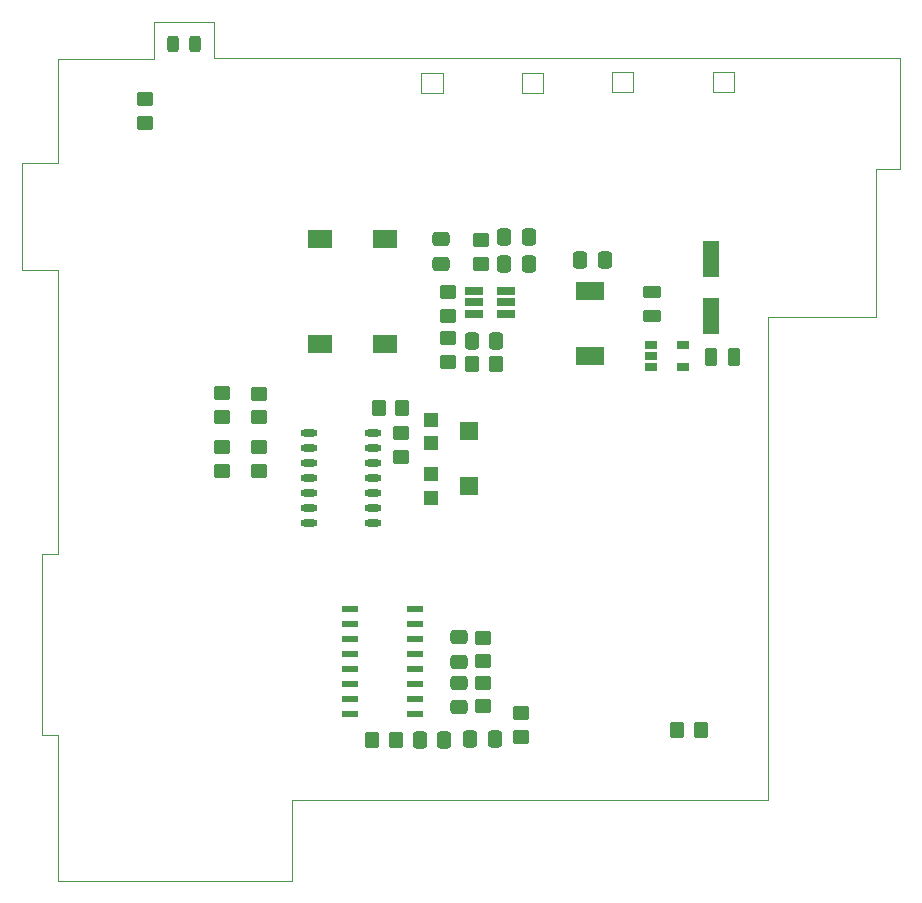
<source format=gtp>
%TF.GenerationSoftware,KiCad,Pcbnew,7.0.1-3b83917a11~172~ubuntu22.04.1*%
%TF.CreationDate,2024-01-22T22:13:39+01:00*%
%TF.ProjectId,NES_POWER_FINESSE,4e45535f-504f-4574-9552-5f46494e4553,rev?*%
%TF.SameCoordinates,Original*%
%TF.FileFunction,Paste,Top*%
%TF.FilePolarity,Positive*%
%FSLAX46Y46*%
G04 Gerber Fmt 4.6, Leading zero omitted, Abs format (unit mm)*
G04 Created by KiCad (PCBNEW 7.0.1-3b83917a11~172~ubuntu22.04.1) date 2024-01-22 22:13:39*
%MOMM*%
%LPD*%
G01*
G04 APERTURE LIST*
G04 Aperture macros list*
%AMRoundRect*
0 Rectangle with rounded corners*
0 $1 Rounding radius*
0 $2 $3 $4 $5 $6 $7 $8 $9 X,Y pos of 4 corners*
0 Add a 4 corners polygon primitive as box body*
4,1,4,$2,$3,$4,$5,$6,$7,$8,$9,$2,$3,0*
0 Add four circle primitives for the rounded corners*
1,1,$1+$1,$2,$3*
1,1,$1+$1,$4,$5*
1,1,$1+$1,$6,$7*
1,1,$1+$1,$8,$9*
0 Add four rect primitives between the rounded corners*
20,1,$1+$1,$2,$3,$4,$5,0*
20,1,$1+$1,$4,$5,$6,$7,0*
20,1,$1+$1,$6,$7,$8,$9,0*
20,1,$1+$1,$8,$9,$2,$3,0*%
G04 Aperture macros list end*
%ADD10R,1.560000X0.650000*%
%ADD11RoundRect,0.070000X0.630000X-1.430000X0.630000X1.430000X-0.630000X1.430000X-0.630000X-1.430000X0*%
%ADD12RoundRect,0.250000X-0.337500X-0.475000X0.337500X-0.475000X0.337500X0.475000X-0.337500X0.475000X0*%
%ADD13RoundRect,0.250000X-0.450000X0.350000X-0.450000X-0.350000X0.450000X-0.350000X0.450000X0.350000X0*%
%ADD14RoundRect,0.250000X-0.350000X-0.450000X0.350000X-0.450000X0.350000X0.450000X-0.350000X0.450000X0*%
%ADD15R,2.000000X1.500000*%
%ADD16R,1.200000X1.200000*%
%ADD17R,1.500000X1.600000*%
%ADD18O,1.450000X0.599999*%
%ADD19RoundRect,0.250000X0.350000X0.450000X-0.350000X0.450000X-0.350000X-0.450000X0.350000X-0.450000X0*%
%ADD20RoundRect,0.050000X-0.700000X0.450000X-0.700000X-0.450000X0.700000X-0.450000X0.700000X0.450000X0*%
%ADD21RoundRect,0.050000X0.700000X-0.450000X0.700000X0.450000X-0.700000X0.450000X-0.700000X-0.450000X0*%
%ADD22RoundRect,0.250000X0.337500X0.475000X-0.337500X0.475000X-0.337500X-0.475000X0.337500X-0.475000X0*%
%ADD23RoundRect,0.250000X0.450000X-0.350000X0.450000X0.350000X-0.450000X0.350000X-0.450000X-0.350000X0*%
%ADD24RoundRect,0.250000X0.475000X-0.337500X0.475000X0.337500X-0.475000X0.337500X-0.475000X-0.337500X0*%
%ADD25RoundRect,0.030000X-0.495000X0.270000X-0.495000X-0.270000X0.495000X-0.270000X0.495000X0.270000X0*%
%ADD26RoundRect,0.050000X-0.450000X-0.700000X0.450000X-0.700000X0.450000X0.700000X-0.450000X0.700000X0*%
%ADD27RoundRect,0.050000X0.450000X0.700000X-0.450000X0.700000X-0.450000X-0.700000X0.450000X-0.700000X0*%
%ADD28RoundRect,0.250000X-0.475000X0.337500X-0.475000X-0.337500X0.475000X-0.337500X0.475000X0.337500X0*%
%ADD29R,2.400000X1.500000*%
%ADD30RoundRect,0.243750X0.243750X0.456250X-0.243750X0.456250X-0.243750X-0.456250X0.243750X-0.456250X0*%
%ADD31R,1.454899X0.558000*%
%TA.AperFunction,Profile*%
%ADD32C,0.050000*%
%TD*%
%TA.AperFunction,Profile*%
%ADD33C,0.010000*%
%TD*%
G04 APERTURE END LIST*
D10*
%TO.C,J7*%
X156420000Y-79320000D03*
X156420000Y-78370000D03*
X156420000Y-77420000D03*
X153720000Y-77420000D03*
X153720000Y-78370000D03*
X153720000Y-79320000D03*
%TD*%
D11*
%TO.C,C16*%
X173830000Y-74680000D03*
X173830000Y-79480000D03*
%TD*%
D12*
%TO.C,C3*%
X156282500Y-72870000D03*
X158357500Y-72870000D03*
%TD*%
D13*
%TO.C,R4*%
X151570000Y-77495000D03*
X151570000Y-79495000D03*
%TD*%
D14*
%TO.C,R16*%
X145092696Y-115390000D03*
X147092696Y-115390000D03*
%TD*%
%TO.C,R3*%
X145672696Y-87330000D03*
X147672696Y-87330000D03*
%TD*%
D15*
%TO.C,D1*%
X146190000Y-72965000D03*
X146190000Y-81885000D03*
X140690000Y-72965000D03*
X140690000Y-81885000D03*
%TD*%
D16*
%TO.C,RV2*%
X150062696Y-88290000D03*
D17*
X153312696Y-89290000D03*
D16*
X150062696Y-90290000D03*
%TD*%
D18*
%TO.C,U1*%
X145222697Y-97025000D03*
X145222697Y-95755000D03*
X145222697Y-94485000D03*
X145222697Y-93215000D03*
X145222697Y-91945000D03*
X145222697Y-90675000D03*
X145222697Y-89405000D03*
X139772698Y-89405000D03*
X139772698Y-90675000D03*
X139772698Y-91945000D03*
X139772698Y-93215000D03*
X139772698Y-94485000D03*
X139772698Y-95755000D03*
X139772698Y-97025000D03*
%TD*%
D12*
%TO.C,C5*%
X153532500Y-81620000D03*
X155607500Y-81620000D03*
%TD*%
D19*
%TO.C,R8*%
X172930000Y-114590000D03*
X170930000Y-114590000D03*
%TD*%
D20*
%TO.C,C17*%
X168770000Y-79500000D03*
D21*
X168770000Y-77500000D03*
%TD*%
D22*
%TO.C,C10*%
X151230196Y-115380000D03*
X149155196Y-115380000D03*
%TD*%
D23*
%TO.C,R11*%
X135570000Y-92650000D03*
X135570000Y-90650000D03*
%TD*%
D13*
%TO.C,R6*%
X151570000Y-81370000D03*
X151570000Y-83370000D03*
%TD*%
D24*
%TO.C,C8*%
X152442696Y-112637500D03*
X152442696Y-110562500D03*
%TD*%
D16*
%TO.C,RV1*%
X150072696Y-92890000D03*
D17*
X153322696Y-93890000D03*
D16*
X150072696Y-94890000D03*
%TD*%
D23*
%TO.C,R7*%
X154320000Y-75120000D03*
X154320000Y-73120000D03*
%TD*%
%TO.C,R1*%
X125890000Y-63152500D03*
X125890000Y-61152500D03*
%TD*%
D25*
%TO.C,U3*%
X168760000Y-81960000D03*
X168760000Y-82910000D03*
X168760000Y-83860000D03*
X171460000Y-83860000D03*
X171460000Y-81960000D03*
%TD*%
D23*
%TO.C,R2*%
X147562696Y-91440000D03*
X147562696Y-89440000D03*
%TD*%
D13*
%TO.C,R9*%
X154522696Y-110560000D03*
X154522696Y-112560000D03*
%TD*%
D14*
%TO.C,R5*%
X153570000Y-83620000D03*
X155570000Y-83620000D03*
%TD*%
D22*
%TO.C,C6*%
X164797500Y-74810000D03*
X162722500Y-74810000D03*
%TD*%
D23*
%TO.C,R13*%
X132420000Y-88030000D03*
X132420000Y-86030000D03*
%TD*%
D13*
%TO.C,R10*%
X154532696Y-106740000D03*
X154532696Y-108740000D03*
%TD*%
D24*
%TO.C,C9*%
X152432696Y-108777500D03*
X152432696Y-106702500D03*
%TD*%
D13*
%TO.C,R15*%
X157752696Y-113150000D03*
X157752696Y-115150000D03*
%TD*%
D26*
%TO.C,C18*%
X175770000Y-82990000D03*
D27*
X173770000Y-82990000D03*
%TD*%
D28*
%TO.C,C2*%
X150930000Y-73005000D03*
X150930000Y-75080000D03*
%TD*%
D12*
%TO.C,C4*%
X156282500Y-75120000D03*
X158357500Y-75120000D03*
%TD*%
D13*
%TO.C,R14*%
X132420000Y-90650000D03*
X132420000Y-92650000D03*
%TD*%
D23*
%TO.C,R12*%
X135530000Y-88080000D03*
X135530000Y-86080000D03*
%TD*%
D29*
%TO.C,L1*%
X163590000Y-82920000D03*
X163590000Y-77420000D03*
%TD*%
D22*
%TO.C,C11*%
X155480196Y-115370000D03*
X153405196Y-115370000D03*
%TD*%
D30*
%TO.C,D2*%
X130127500Y-56490000D03*
X128252500Y-56490000D03*
%TD*%
D31*
%TO.C,U2*%
X143260000Y-104360000D03*
X143260000Y-105630000D03*
X143260000Y-106900000D03*
X143260000Y-108170000D03*
X143260000Y-109440000D03*
X143260000Y-110710000D03*
X143260000Y-111980000D03*
X143260000Y-113250000D03*
X148702696Y-113250000D03*
X148702696Y-111980000D03*
X148702696Y-110710000D03*
X148702696Y-109440000D03*
X148702696Y-108170000D03*
X148702696Y-106900000D03*
X148702696Y-105630000D03*
X148702696Y-104360000D03*
%TD*%
D32*
X118490000Y-127370000D02*
X118490000Y-114990000D01*
X187790000Y-79590000D02*
X178640000Y-79590000D01*
X178640000Y-120470000D02*
X173590000Y-120470000D01*
X173590000Y-120470000D02*
X163640000Y-120470000D01*
X117190000Y-114990000D02*
X118490000Y-114990000D01*
X126640000Y-54590000D02*
X131690000Y-54590000D01*
X118490000Y-66590000D02*
X118490000Y-57790000D01*
X163640000Y-120470000D02*
X138290000Y-120470000D01*
X189840000Y-57690000D02*
X189840000Y-67090000D01*
X118490000Y-57790000D02*
X126640000Y-57790000D01*
X131690000Y-57690000D02*
X189840000Y-57690000D01*
X117190000Y-114990000D02*
X117190000Y-99690000D01*
X189840000Y-67090000D02*
X187790000Y-67090000D01*
X138290000Y-120470000D02*
X138290000Y-127370000D01*
X117190000Y-99690000D02*
X118490000Y-99690000D01*
X187790000Y-67090000D02*
X187790000Y-79590000D01*
X118490000Y-75590000D02*
X115490000Y-75590000D01*
X115490000Y-66590000D02*
X118490000Y-66590000D01*
X115490000Y-75590000D02*
X115490000Y-66590000D01*
X118490000Y-99690000D02*
X118490000Y-75590000D01*
X126640000Y-57790000D02*
X126640000Y-54590000D01*
X138290000Y-127370000D02*
X118490000Y-127370000D01*
X131690000Y-54590000D02*
X131690000Y-57690000D01*
X178640000Y-79590000D02*
X178640000Y-120470000D01*
D33*
%TO.C,J3*%
X149286000Y-60648000D02*
X151086000Y-60648000D01*
X151086000Y-60648000D02*
X151086000Y-58948000D01*
X157786000Y-60648000D02*
X159586000Y-60648000D01*
X159586000Y-60648000D02*
X159586000Y-58948000D01*
X149286000Y-58948000D02*
X149286000Y-60648000D01*
X151086000Y-58948000D02*
X149286000Y-58948000D01*
X157786000Y-58948000D02*
X157786000Y-60648000D01*
X159586000Y-58948000D02*
X157786000Y-58948000D01*
%TO.C,J5*%
X165432000Y-60554000D02*
X167232000Y-60554000D01*
X167232000Y-60554000D02*
X167232000Y-58854000D01*
X173932000Y-60554000D02*
X175732000Y-60554000D01*
X175732000Y-60554000D02*
X175732000Y-58854000D01*
X165432000Y-58854000D02*
X165432000Y-60554000D01*
X167232000Y-58854000D02*
X165432000Y-58854000D01*
X173932000Y-58854000D02*
X173932000Y-60554000D01*
X175732000Y-58854000D02*
X173932000Y-58854000D01*
%TD*%
M02*

</source>
